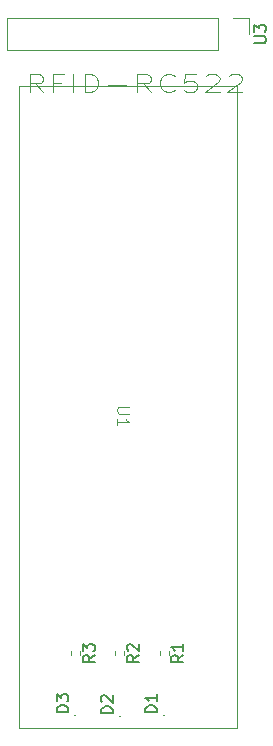
<source format=gbr>
%TF.GenerationSoftware,KiCad,Pcbnew,8.0.0*%
%TF.CreationDate,2024-05-09T13:21:52+02:00*%
%TF.ProjectId,LogUnit,4c6f6755-6e69-4742-9e6b-696361645f70,rev?*%
%TF.SameCoordinates,Original*%
%TF.FileFunction,Legend,Top*%
%TF.FilePolarity,Positive*%
%FSLAX46Y46*%
G04 Gerber Fmt 4.6, Leading zero omitted, Abs format (unit mm)*
G04 Created by KiCad (PCBNEW 8.0.0) date 2024-05-09 13:21:52*
%MOMM*%
%LPD*%
G01*
G04 APERTURE LIST*
%ADD10C,0.150000*%
%ADD11C,0.100000*%
%ADD12C,0.120000*%
G04 APERTURE END LIST*
D10*
X122369819Y-70591904D02*
X123179342Y-70591904D01*
X123179342Y-70591904D02*
X123274580Y-70544285D01*
X123274580Y-70544285D02*
X123322200Y-70496666D01*
X123322200Y-70496666D02*
X123369819Y-70401428D01*
X123369819Y-70401428D02*
X123369819Y-70210952D01*
X123369819Y-70210952D02*
X123322200Y-70115714D01*
X123322200Y-70115714D02*
X123274580Y-70068095D01*
X123274580Y-70068095D02*
X123179342Y-70020476D01*
X123179342Y-70020476D02*
X122369819Y-70020476D01*
X122369819Y-69639523D02*
X122369819Y-69020476D01*
X122369819Y-69020476D02*
X122750771Y-69353809D01*
X122750771Y-69353809D02*
X122750771Y-69210952D01*
X122750771Y-69210952D02*
X122798390Y-69115714D01*
X122798390Y-69115714D02*
X122846009Y-69068095D01*
X122846009Y-69068095D02*
X122941247Y-69020476D01*
X122941247Y-69020476D02*
X123179342Y-69020476D01*
X123179342Y-69020476D02*
X123274580Y-69068095D01*
X123274580Y-69068095D02*
X123322200Y-69115714D01*
X123322200Y-69115714D02*
X123369819Y-69210952D01*
X123369819Y-69210952D02*
X123369819Y-69496666D01*
X123369819Y-69496666D02*
X123322200Y-69591904D01*
X123322200Y-69591904D02*
X123274580Y-69639523D01*
D11*
X104504836Y-74721228D02*
X103838169Y-74006942D01*
X103361979Y-74721228D02*
X103361979Y-73221228D01*
X103361979Y-73221228D02*
X104123884Y-73221228D01*
X104123884Y-73221228D02*
X104314360Y-73292657D01*
X104314360Y-73292657D02*
X104409598Y-73364085D01*
X104409598Y-73364085D02*
X104504836Y-73506942D01*
X104504836Y-73506942D02*
X104504836Y-73721228D01*
X104504836Y-73721228D02*
X104409598Y-73864085D01*
X104409598Y-73864085D02*
X104314360Y-73935514D01*
X104314360Y-73935514D02*
X104123884Y-74006942D01*
X104123884Y-74006942D02*
X103361979Y-74006942D01*
X106028646Y-73935514D02*
X105361979Y-73935514D01*
X105361979Y-74721228D02*
X105361979Y-73221228D01*
X105361979Y-73221228D02*
X106314360Y-73221228D01*
X107076265Y-74721228D02*
X107076265Y-73221228D01*
X108028646Y-74721228D02*
X108028646Y-73221228D01*
X108028646Y-73221228D02*
X108504836Y-73221228D01*
X108504836Y-73221228D02*
X108790551Y-73292657D01*
X108790551Y-73292657D02*
X108981027Y-73435514D01*
X108981027Y-73435514D02*
X109076265Y-73578371D01*
X109076265Y-73578371D02*
X109171503Y-73864085D01*
X109171503Y-73864085D02*
X109171503Y-74078371D01*
X109171503Y-74078371D02*
X109076265Y-74364085D01*
X109076265Y-74364085D02*
X108981027Y-74506942D01*
X108981027Y-74506942D02*
X108790551Y-74649800D01*
X108790551Y-74649800D02*
X108504836Y-74721228D01*
X108504836Y-74721228D02*
X108028646Y-74721228D01*
X110028646Y-74149800D02*
X111552456Y-74149800D01*
X113647693Y-74721228D02*
X112981026Y-74006942D01*
X112504836Y-74721228D02*
X112504836Y-73221228D01*
X112504836Y-73221228D02*
X113266741Y-73221228D01*
X113266741Y-73221228D02*
X113457217Y-73292657D01*
X113457217Y-73292657D02*
X113552455Y-73364085D01*
X113552455Y-73364085D02*
X113647693Y-73506942D01*
X113647693Y-73506942D02*
X113647693Y-73721228D01*
X113647693Y-73721228D02*
X113552455Y-73864085D01*
X113552455Y-73864085D02*
X113457217Y-73935514D01*
X113457217Y-73935514D02*
X113266741Y-74006942D01*
X113266741Y-74006942D02*
X112504836Y-74006942D01*
X115647693Y-74578371D02*
X115552455Y-74649800D01*
X115552455Y-74649800D02*
X115266741Y-74721228D01*
X115266741Y-74721228D02*
X115076265Y-74721228D01*
X115076265Y-74721228D02*
X114790550Y-74649800D01*
X114790550Y-74649800D02*
X114600074Y-74506942D01*
X114600074Y-74506942D02*
X114504836Y-74364085D01*
X114504836Y-74364085D02*
X114409598Y-74078371D01*
X114409598Y-74078371D02*
X114409598Y-73864085D01*
X114409598Y-73864085D02*
X114504836Y-73578371D01*
X114504836Y-73578371D02*
X114600074Y-73435514D01*
X114600074Y-73435514D02*
X114790550Y-73292657D01*
X114790550Y-73292657D02*
X115076265Y-73221228D01*
X115076265Y-73221228D02*
X115266741Y-73221228D01*
X115266741Y-73221228D02*
X115552455Y-73292657D01*
X115552455Y-73292657D02*
X115647693Y-73364085D01*
X117457217Y-73221228D02*
X116504836Y-73221228D01*
X116504836Y-73221228D02*
X116409598Y-73935514D01*
X116409598Y-73935514D02*
X116504836Y-73864085D01*
X116504836Y-73864085D02*
X116695312Y-73792657D01*
X116695312Y-73792657D02*
X117171503Y-73792657D01*
X117171503Y-73792657D02*
X117361979Y-73864085D01*
X117361979Y-73864085D02*
X117457217Y-73935514D01*
X117457217Y-73935514D02*
X117552455Y-74078371D01*
X117552455Y-74078371D02*
X117552455Y-74435514D01*
X117552455Y-74435514D02*
X117457217Y-74578371D01*
X117457217Y-74578371D02*
X117361979Y-74649800D01*
X117361979Y-74649800D02*
X117171503Y-74721228D01*
X117171503Y-74721228D02*
X116695312Y-74721228D01*
X116695312Y-74721228D02*
X116504836Y-74649800D01*
X116504836Y-74649800D02*
X116409598Y-74578371D01*
X118314360Y-73364085D02*
X118409598Y-73292657D01*
X118409598Y-73292657D02*
X118600074Y-73221228D01*
X118600074Y-73221228D02*
X119076265Y-73221228D01*
X119076265Y-73221228D02*
X119266741Y-73292657D01*
X119266741Y-73292657D02*
X119361979Y-73364085D01*
X119361979Y-73364085D02*
X119457217Y-73506942D01*
X119457217Y-73506942D02*
X119457217Y-73649800D01*
X119457217Y-73649800D02*
X119361979Y-73864085D01*
X119361979Y-73864085D02*
X118219122Y-74721228D01*
X118219122Y-74721228D02*
X119457217Y-74721228D01*
X120219122Y-73364085D02*
X120314360Y-73292657D01*
X120314360Y-73292657D02*
X120504836Y-73221228D01*
X120504836Y-73221228D02*
X120981027Y-73221228D01*
X120981027Y-73221228D02*
X121171503Y-73292657D01*
X121171503Y-73292657D02*
X121266741Y-73364085D01*
X121266741Y-73364085D02*
X121361979Y-73506942D01*
X121361979Y-73506942D02*
X121361979Y-73649800D01*
X121361979Y-73649800D02*
X121266741Y-73864085D01*
X121266741Y-73864085D02*
X120123884Y-74721228D01*
X120123884Y-74721228D02*
X121361979Y-74721228D01*
X111782580Y-101388095D02*
X110973057Y-101388095D01*
X110973057Y-101388095D02*
X110877819Y-101435714D01*
X110877819Y-101435714D02*
X110830200Y-101483333D01*
X110830200Y-101483333D02*
X110782580Y-101578571D01*
X110782580Y-101578571D02*
X110782580Y-101769047D01*
X110782580Y-101769047D02*
X110830200Y-101864285D01*
X110830200Y-101864285D02*
X110877819Y-101911904D01*
X110877819Y-101911904D02*
X110973057Y-101959523D01*
X110973057Y-101959523D02*
X111782580Y-101959523D01*
X110782580Y-102959523D02*
X110782580Y-102388095D01*
X110782580Y-102673809D02*
X111782580Y-102673809D01*
X111782580Y-102673809D02*
X111639723Y-102578571D01*
X111639723Y-102578571D02*
X111544485Y-102483333D01*
X111544485Y-102483333D02*
X111496866Y-102388095D01*
D10*
X108874819Y-122416666D02*
X108398628Y-122749999D01*
X108874819Y-122988094D02*
X107874819Y-122988094D01*
X107874819Y-122988094D02*
X107874819Y-122607142D01*
X107874819Y-122607142D02*
X107922438Y-122511904D01*
X107922438Y-122511904D02*
X107970057Y-122464285D01*
X107970057Y-122464285D02*
X108065295Y-122416666D01*
X108065295Y-122416666D02*
X108208152Y-122416666D01*
X108208152Y-122416666D02*
X108303390Y-122464285D01*
X108303390Y-122464285D02*
X108351009Y-122511904D01*
X108351009Y-122511904D02*
X108398628Y-122607142D01*
X108398628Y-122607142D02*
X108398628Y-122988094D01*
X107874819Y-122083332D02*
X107874819Y-121464285D01*
X107874819Y-121464285D02*
X108255771Y-121797618D01*
X108255771Y-121797618D02*
X108255771Y-121654761D01*
X108255771Y-121654761D02*
X108303390Y-121559523D01*
X108303390Y-121559523D02*
X108351009Y-121511904D01*
X108351009Y-121511904D02*
X108446247Y-121464285D01*
X108446247Y-121464285D02*
X108684342Y-121464285D01*
X108684342Y-121464285D02*
X108779580Y-121511904D01*
X108779580Y-121511904D02*
X108827200Y-121559523D01*
X108827200Y-121559523D02*
X108874819Y-121654761D01*
X108874819Y-121654761D02*
X108874819Y-121940475D01*
X108874819Y-121940475D02*
X108827200Y-122035713D01*
X108827200Y-122035713D02*
X108779580Y-122083332D01*
X110404819Y-127330594D02*
X109404819Y-127330594D01*
X109404819Y-127330594D02*
X109404819Y-127092499D01*
X109404819Y-127092499D02*
X109452438Y-126949642D01*
X109452438Y-126949642D02*
X109547676Y-126854404D01*
X109547676Y-126854404D02*
X109642914Y-126806785D01*
X109642914Y-126806785D02*
X109833390Y-126759166D01*
X109833390Y-126759166D02*
X109976247Y-126759166D01*
X109976247Y-126759166D02*
X110166723Y-126806785D01*
X110166723Y-126806785D02*
X110261961Y-126854404D01*
X110261961Y-126854404D02*
X110357200Y-126949642D01*
X110357200Y-126949642D02*
X110404819Y-127092499D01*
X110404819Y-127092499D02*
X110404819Y-127330594D01*
X109500057Y-126378213D02*
X109452438Y-126330594D01*
X109452438Y-126330594D02*
X109404819Y-126235356D01*
X109404819Y-126235356D02*
X109404819Y-125997261D01*
X109404819Y-125997261D02*
X109452438Y-125902023D01*
X109452438Y-125902023D02*
X109500057Y-125854404D01*
X109500057Y-125854404D02*
X109595295Y-125806785D01*
X109595295Y-125806785D02*
X109690533Y-125806785D01*
X109690533Y-125806785D02*
X109833390Y-125854404D01*
X109833390Y-125854404D02*
X110404819Y-126425832D01*
X110404819Y-126425832D02*
X110404819Y-125806785D01*
X112624819Y-122416666D02*
X112148628Y-122749999D01*
X112624819Y-122988094D02*
X111624819Y-122988094D01*
X111624819Y-122988094D02*
X111624819Y-122607142D01*
X111624819Y-122607142D02*
X111672438Y-122511904D01*
X111672438Y-122511904D02*
X111720057Y-122464285D01*
X111720057Y-122464285D02*
X111815295Y-122416666D01*
X111815295Y-122416666D02*
X111958152Y-122416666D01*
X111958152Y-122416666D02*
X112053390Y-122464285D01*
X112053390Y-122464285D02*
X112101009Y-122511904D01*
X112101009Y-122511904D02*
X112148628Y-122607142D01*
X112148628Y-122607142D02*
X112148628Y-122988094D01*
X111720057Y-122035713D02*
X111672438Y-121988094D01*
X111672438Y-121988094D02*
X111624819Y-121892856D01*
X111624819Y-121892856D02*
X111624819Y-121654761D01*
X111624819Y-121654761D02*
X111672438Y-121559523D01*
X111672438Y-121559523D02*
X111720057Y-121511904D01*
X111720057Y-121511904D02*
X111815295Y-121464285D01*
X111815295Y-121464285D02*
X111910533Y-121464285D01*
X111910533Y-121464285D02*
X112053390Y-121511904D01*
X112053390Y-121511904D02*
X112624819Y-122083332D01*
X112624819Y-122083332D02*
X112624819Y-121464285D01*
X114154819Y-127238094D02*
X113154819Y-127238094D01*
X113154819Y-127238094D02*
X113154819Y-126999999D01*
X113154819Y-126999999D02*
X113202438Y-126857142D01*
X113202438Y-126857142D02*
X113297676Y-126761904D01*
X113297676Y-126761904D02*
X113392914Y-126714285D01*
X113392914Y-126714285D02*
X113583390Y-126666666D01*
X113583390Y-126666666D02*
X113726247Y-126666666D01*
X113726247Y-126666666D02*
X113916723Y-126714285D01*
X113916723Y-126714285D02*
X114011961Y-126761904D01*
X114011961Y-126761904D02*
X114107200Y-126857142D01*
X114107200Y-126857142D02*
X114154819Y-126999999D01*
X114154819Y-126999999D02*
X114154819Y-127238094D01*
X114154819Y-125714285D02*
X114154819Y-126285713D01*
X114154819Y-125999999D02*
X113154819Y-125999999D01*
X113154819Y-125999999D02*
X113297676Y-126095237D01*
X113297676Y-126095237D02*
X113392914Y-126190475D01*
X113392914Y-126190475D02*
X113440533Y-126285713D01*
X106654819Y-127238094D02*
X105654819Y-127238094D01*
X105654819Y-127238094D02*
X105654819Y-126999999D01*
X105654819Y-126999999D02*
X105702438Y-126857142D01*
X105702438Y-126857142D02*
X105797676Y-126761904D01*
X105797676Y-126761904D02*
X105892914Y-126714285D01*
X105892914Y-126714285D02*
X106083390Y-126666666D01*
X106083390Y-126666666D02*
X106226247Y-126666666D01*
X106226247Y-126666666D02*
X106416723Y-126714285D01*
X106416723Y-126714285D02*
X106511961Y-126761904D01*
X106511961Y-126761904D02*
X106607200Y-126857142D01*
X106607200Y-126857142D02*
X106654819Y-126999999D01*
X106654819Y-126999999D02*
X106654819Y-127238094D01*
X105654819Y-126333332D02*
X105654819Y-125714285D01*
X105654819Y-125714285D02*
X106035771Y-126047618D01*
X106035771Y-126047618D02*
X106035771Y-125904761D01*
X106035771Y-125904761D02*
X106083390Y-125809523D01*
X106083390Y-125809523D02*
X106131009Y-125761904D01*
X106131009Y-125761904D02*
X106226247Y-125714285D01*
X106226247Y-125714285D02*
X106464342Y-125714285D01*
X106464342Y-125714285D02*
X106559580Y-125761904D01*
X106559580Y-125761904D02*
X106607200Y-125809523D01*
X106607200Y-125809523D02*
X106654819Y-125904761D01*
X106654819Y-125904761D02*
X106654819Y-126190475D01*
X106654819Y-126190475D02*
X106607200Y-126285713D01*
X106607200Y-126285713D02*
X106559580Y-126333332D01*
X116374819Y-122416666D02*
X115898628Y-122749999D01*
X116374819Y-122988094D02*
X115374819Y-122988094D01*
X115374819Y-122988094D02*
X115374819Y-122607142D01*
X115374819Y-122607142D02*
X115422438Y-122511904D01*
X115422438Y-122511904D02*
X115470057Y-122464285D01*
X115470057Y-122464285D02*
X115565295Y-122416666D01*
X115565295Y-122416666D02*
X115708152Y-122416666D01*
X115708152Y-122416666D02*
X115803390Y-122464285D01*
X115803390Y-122464285D02*
X115851009Y-122511904D01*
X115851009Y-122511904D02*
X115898628Y-122607142D01*
X115898628Y-122607142D02*
X115898628Y-122988094D01*
X116374819Y-121464285D02*
X116374819Y-122035713D01*
X116374819Y-121749999D02*
X115374819Y-121749999D01*
X115374819Y-121749999D02*
X115517676Y-121845237D01*
X115517676Y-121845237D02*
X115612914Y-121940475D01*
X115612914Y-121940475D02*
X115660533Y-122035713D01*
D12*
%TO.C,U3*%
X121915000Y-68500000D02*
X121915000Y-69830000D01*
X120585000Y-68500000D02*
X121915000Y-68500000D01*
X119315000Y-71160000D02*
X101475000Y-71160000D01*
X119315000Y-68500000D02*
X119315000Y-71160000D01*
X119315000Y-68500000D02*
X101475000Y-68500000D01*
X101475000Y-68500000D02*
X101475000Y-71160000D01*
%TO.C,U1*%
D11*
X102430000Y-74210000D02*
X120970000Y-74210000D01*
X120970000Y-128550000D01*
X102430000Y-128550000D01*
X102430000Y-74210000D01*
D12*
%TO.C,R3*%
X107630000Y-122082379D02*
X107630000Y-122417621D01*
X106870000Y-122082379D02*
X106870000Y-122417621D01*
D11*
%TO.C,D2*%
X111050000Y-127627500D02*
G75*
G02*
X110950000Y-127627500I-50000J0D01*
G01*
X110950000Y-127627500D02*
G75*
G02*
X111050000Y-127627500I50000J0D01*
G01*
D12*
%TO.C,R2*%
X111380000Y-122082379D02*
X111380000Y-122417621D01*
X110620000Y-122082379D02*
X110620000Y-122417621D01*
D11*
%TO.C,D1*%
X114800000Y-127535000D02*
G75*
G02*
X114700000Y-127535000I-50000J0D01*
G01*
X114700000Y-127535000D02*
G75*
G02*
X114800000Y-127535000I50000J0D01*
G01*
%TO.C,D3*%
X107300000Y-127535000D02*
G75*
G02*
X107200000Y-127535000I-50000J0D01*
G01*
X107200000Y-127535000D02*
G75*
G02*
X107300000Y-127535000I50000J0D01*
G01*
D12*
%TO.C,R1*%
X115130000Y-122082379D02*
X115130000Y-122417621D01*
X114370000Y-122082379D02*
X114370000Y-122417621D01*
%TD*%
M02*

</source>
